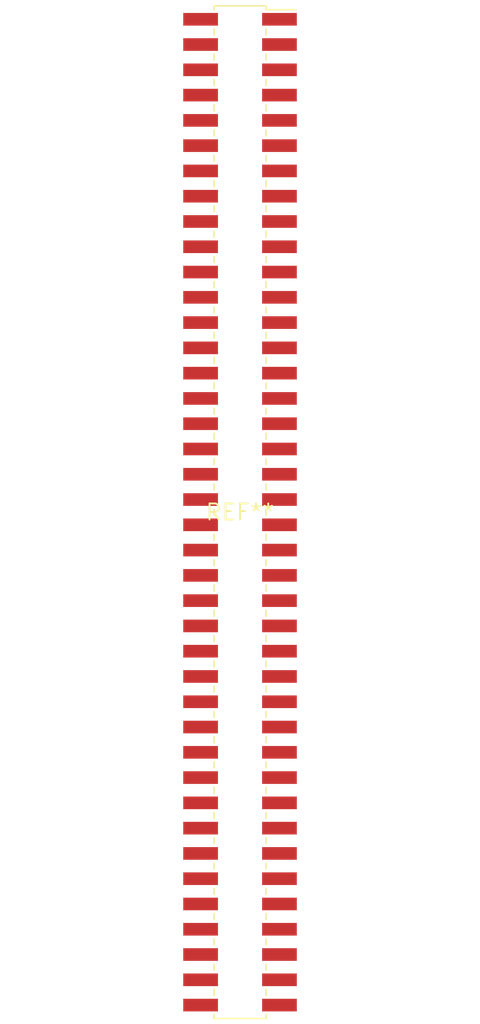
<source format=kicad_pcb>
(kicad_pcb (version 20240108) (generator pcbnew)
  (layers (0 "F.Cu" signal) (31 "B.Cu" signal) (34 "B.Paste" user) (35 "F.Paste" user) (36 "B.SilkS" user "B.Silkscreen") (37 "F.SilkS" user "F.Silkscreen") (38 "B.Mask" user) (39 "F.Mask" user) (44 "Edge.Cuts" user))
  (net 0 "")
  (footprint "PinSocket_2x40_P2.00mm_Vertical_SMD" (layer "F.Cu") (at 0 0)
    (property "Reference" "REF**")
    (property "Value" "PinSocket_2x40_P2.00mm_Vertical_SMD")
    (fp_line (start -2.06 -40.06) (end -2.06 -39.76) (layer "F.SilkS") (stroke (width 0.12)))
    (fp_line (start -2.06 -40.06) (end 2.06 -40.06) (layer "F.SilkS") (stroke (width 0.12)))
    (fp_line (start -2.06 -38.24) (end -2.06 -37.76) (layer "F.SilkS") (stroke (width 0.12)))
    (fp_line (start -2.06 -36.24) (end -2.06 -35.76) (layer "F.SilkS") (stroke (width 0.12)))
    (fp_line (start -2.06 -34.24) (end -2.06 -33.76) (layer "F.SilkS") (stroke (width 0.12)))
    (fp_line (start -2.06 -32.24) (end -2.06 -31.76) (layer "F.SilkS") (stroke (width 0.12)))
    (fp_line (start -2.06 -30.24) (end -2.06 -29.76) (layer "F.SilkS") (stroke (width 0.12)))
    (fp_line (start -2.06 -28.24) (end -2.06 -27.76) (layer "F.SilkS") (stroke (width 0.12)))
    (fp_line (start -2.06 -26.24) (end -2.06 -25.76) (layer "F.SilkS") (stroke (width 0.12)))
    (fp_line (start -2.06 -24.24) (end -2.06 -23.76) (layer "F.SilkS") (stroke (width 0.12)))
    (fp_line (start -2.06 -22.24) (end -2.06 -21.76) (layer "F.SilkS") (stroke (width 0.12)))
    (fp_line (start -2.06 -20.24) (end -2.06 -19.76) (layer "F.SilkS") (stroke (width 0.12)))
    (fp_line (start -2.06 -18.24) (end -2.06 -17.76) (layer "F.SilkS") (stroke (width 0.12)))
    (fp_line (start -2.06 -16.24) (end -2.06 -15.76) (layer "F.SilkS") (stroke (width 0.12)))
    (fp_line (start -2.06 -14.24) (end -2.06 -13.76) (layer "F.SilkS") (stroke (width 0.12)))
    (fp_line (start -2.06 -12.24) (end -2.06 -11.76) (layer "F.SilkS") (stroke (width 0.12)))
    (fp_line (start -2.06 -10.24) (end -2.06 -9.76) (layer "F.SilkS") (stroke (width 0.12)))
    (fp_line (start -2.06 -8.24) (end -2.06 -7.76) (layer "F.SilkS") (stroke (width 0.12)))
    (fp_line (start -2.06 -6.24) (end -2.06 -5.76) (layer "F.SilkS") (stroke (width 0.12)))
    (fp_line (start -2.06 -4.24) (end -2.06 -3.76) (layer "F.SilkS") (stroke (width 0.12)))
    (fp_line (start -2.06 -2.24) (end -2.06 -1.76) (layer "F.SilkS") (stroke (width 0.12)))
    (fp_line (start -2.06 -0.24) (end -2.06 0.24) (layer "F.SilkS") (stroke (width 0.12)))
    (fp_line (start -2.06 1.76) (end -2.06 2.24) (layer "F.SilkS") (stroke (width 0.12)))
    (fp_line (start -2.06 3.76) (end -2.06 4.24) (layer "F.SilkS") (stroke (width 0.12)))
    (fp_line (start -2.06 5.76) (end -2.06 6.24) (layer "F.SilkS") (stroke (width 0.12)))
    (fp_line (start -2.06 7.76) (end -2.06 8.24) (layer "F.SilkS") (stroke (width 0.12)))
    (fp_line (start -2.06 9.76) (end -2.06 10.24) (layer "F.SilkS") (stroke (width 0.12)))
    (fp_line (start -2.06 11.76) (end -2.06 12.24) (layer "F.SilkS") (stroke (width 0.12)))
    (fp_line (start -2.06 13.76) (end -2.06 14.24) (layer "F.SilkS") (stroke (width 0.12)))
    (fp_line (start -2.06 15.76) (end -2.06 16.24) (layer "F.SilkS") (stroke (width 0.12)))
    (fp_line (start -2.06 17.76) (end -2.06 18.24) (layer "F.SilkS") (stroke (width 0.12)))
    (fp_line (start -2.06 19.76) (end -2.06 20.24) (layer "F.SilkS") (stroke (width 0.12)))
    (fp_line (start -2.06 21.76) (end -2.06 22.24) (layer "F.SilkS") (stroke (width 0.12)))
    (fp_line (start -2.06 23.76) (end -2.06 24.24) (layer "F.SilkS") (stroke (width 0.12)))
    (fp_line (start -2.06 25.76) (end -2.06 26.24) (layer "F.SilkS") (stroke (width 0.12)))
    (fp_line (start -2.06 27.76) (end -2.06 28.24) (layer "F.SilkS") (stroke (width 0.12)))
    (fp_line (start -2.06 29.76) (end -2.06 30.24) (layer "F.SilkS") (stroke (width 0.12)))
    (fp_line (start -2.06 31.76) (end -2.06 32.24) (layer "F.SilkS") (stroke (width 0.12)))
    (fp_line (start -2.06 33.76) (end -2.06 34.24) (layer "F.SilkS") (stroke (width 0.12)))
    (fp_line (start -2.06 35.76) (end -2.06 36.24) (layer "F.SilkS") (stroke (width 0.12)))
    (fp_line (start -2.06 37.76) (end -2.06 38.24) (layer "F.SilkS") (stroke (width 0.12)))
    (fp_line (start -2.06 39.76) (end -2.06 40.06) (layer "F.SilkS") (stroke (width 0.12)))
    (fp_line (start -2.06 40.06) (end 2.06 40.06) (layer "F.SilkS") (stroke (width 0.12)))
    (fp_line (start 2.06 -40.06) (end 2.06 -39.76) (layer "F.SilkS") (stroke (width 0.12)))
    (fp_line (start 2.06 -39.76) (end 4.44 -39.76) (layer "F.SilkS") (stroke (width 0.12)))
    (fp_line (start 2.06 -38.24) (end 2.06 -37.76) (layer "F.SilkS") (stroke (width 0.12)))
    (fp_line (start 2.06 -36.24) (end 2.06 -35.76) (layer "F.SilkS") (stroke (width 0.12)))
    (fp_line (start 2.06 -34.24) (end 2.06 -33.76) (layer "F.SilkS") (stroke (width 0.12)))
    (fp_line (start 2.06 -32.24) (end 2.06 -31.76) (layer "F.SilkS") (stroke (width 0.12)))
    (fp_line (start 2.06 -30.24) (end 2.06 -29.76) (layer "F.SilkS") (stroke (width 0.12)))
    (fp_line (start 2.06 -28.24) (end 2.06 -27.76) (layer "F.SilkS") (stroke (width 0.12)))
    (fp_line (start 2.06 -26.24) (end 2.06 -25.76) (layer "F.SilkS") (stroke (width 0.12)))
    (fp_line (start 2.06 -24.24) (end 2.06 -23.76) (layer "F.SilkS") (stroke (width 0.12)))
    (fp_line (start 2.06 -22.24) (end 2.06 -21.76) (layer "F.SilkS") (stroke (width 0.12)))
    (fp_line (start 2.06 -20.24) (end 2.06 -19.76) (layer "F.SilkS") (stroke (width 0.12)))
    (fp_line (start 2.06 -18.24) (end 2.06 -17.76) (layer "F.SilkS") (stroke (width 0.12)))
    (fp_line (start 2.06 -16.24) (end 2.06 -15.76) (layer "F.SilkS") (stroke (width 0.12)))
    (fp_line (start 2.06 -14.24) (end 2.06 -13.76) (layer "F.SilkS") (stroke (width 0.12)))
    (fp_line (start 2.06 -12.24) (end 2.06 -11.76) (layer "F.SilkS") (stroke (width 0.12)))
    (fp_line (start 2.06 -10.24) (end 2.06 -9.76) (layer "F.SilkS") (stroke (width 0.12)))
    (fp_line (start 2.06 -8.24) (end 2.06 -7.76) (layer "F.SilkS") (stroke (width 0.12)))
    (fp_line (start 2.06 -6.24) (end 2.06 -5.76) (layer "F.SilkS") (stroke (width 0.12)))
    (fp_line (start 2.06 -4.24) (end 2.06 -3.76) (layer "F.SilkS") (stroke (width 0.12)))
    (fp_line (start 2.06 -2.24) (end 2.06 -1.76) (layer "F.SilkS") (stroke (width 0.12)))
    (fp_line (start 2.06 -0.24) (end 2.06 0.24) (layer "F.SilkS") (stroke (width 0.12)))
    (fp_line (start 2.06 1.76) (end 2.06 2.24) (layer "F.SilkS") (stroke (width 0.12)))
    (fp_line (start 2.06 3.76) (end 2.06 4.24) (layer "F.SilkS") (stroke (width 0.12)))
    (fp_line (start 2.06 5.76) (end 2.06 6.24) (layer "F.SilkS") (stroke (width 0.12)))
    (fp_line (start 2.06 7.76) (end 2.06 8.24) (layer "F.SilkS") (stroke (width 0.12)))
    (fp_line (start 2.06 9.76) (end 2.06 10.24) (layer "F.SilkS") (stroke (width 0.12)))
    (fp_line (start 2.06 11.76) (end 2.06 12.24) (layer "F.SilkS") (stroke (width 0.12)))
    (fp_line (start 2.06 13.76) (end 2.06 14.24) (layer "F.SilkS") (stroke (width 0.12)))
    (fp_line (start 2.06 15.76) (end 2.06 16.24) (layer "F.SilkS") (stroke (width 0.12)))
    (fp_line (start 2.06 17.76) (end 2.06 18.24) (layer "F.SilkS") (stroke (width 0.12)))
    (fp_line (start 2.06 19.76) (end 2.06 20.24) (layer "F.SilkS") (stroke (width 0.12)))
    (fp_line (start 2.06 21.76) (end 2.06 22.24) (layer "F.SilkS") (stroke (width 0.12)))
    (fp_line (start 2.06 23.76) (end 2.06 24.24) (layer "F.SilkS") (stroke (width 0.12)))
    (fp_line (start 2.06 25.76) (end 2.06 26.24) (layer "F.SilkS") (stroke (width 0.12)))
    (fp_line (start 2.06 27.76) (end 2.06 28.24) (layer "F.SilkS") (stroke (width 0.12)))
    (fp_line (start 2.06 29.76) (end 2.06 30.24) (layer "F.SilkS") (stroke (width 0.12)))
    (fp_line (start 2.06 31.76) (end 2.06 32.24) (layer "F.SilkS") (stroke (width 0.12)))
    (fp_line (start 2.06 33.76) (end 2.06 34.24) (layer "F.SilkS") (stroke (width 0.12)))
    (fp_line (start 2.06 35.76) (end 2.06 36.24) (layer "F.SilkS") (stroke (width 0.12)))
    (fp_line (start 2.06 37.76) (end 2.06 38.24) (layer "F.SilkS") (stroke (width 0.12)))
    (fp_line (start 2.06 39.76) (end 2.06 40.06) (layer "F.SilkS") (stroke (width 0.12)))
    (pad "1" smd rect (at 3.125 -39) (size 2.75 1) (layers "F.Cu" "F.Paste" "F.Mask"))
    (pad "2" smd rect (at -3.125 -39) (size 2.75 1) (layers "F.Cu" "F.Paste" "F.Mask"))
    (pad "3" smd rect (at 3.125 -37) (size 2.75 1) (layers "F.Cu" "F.Paste" "F.Mask"))
    (pad "4" smd rect (at -3.125 -37) (size 2.75 1) (layers "F.Cu" "F.Paste" "F.Mask"))
    (pad "5" smd rect (at 3.125 -35) (size 2.75 1) (layers "F.Cu" "F.Paste" "F.Mask"))
    (pad "6" smd rect (at -3.125 -35) (size 2.75 1) (layers "F.Cu" "F.Paste" "F.Mask"))
    (pad "7" smd rect (at 3.125 -33) (size 2.75 1) (layers "F.Cu" "F.Paste" "F.Mask"))
    (pad "8" smd rect (at -3.125 -33) (size 2.75 1) (layers "F.Cu" "F.Paste" "F.Mask"))
    (pad "9" smd rect (at 3.125 -31) (size 2.75 1) (layers "F.Cu" "F.Paste" "F.Mask"))
    (pad "10" smd rect (at -3.125 -31) (size 2.75 1) (layers "F.Cu" "F.Paste" "F.Mask"))
    (pad "11" smd rect (at 3.125 -29) (size 2.75 1) (layers "F.Cu" "F.Paste" "F.Mask"))
    (pad "12" smd rect (at -3.125 -29) (size 2.75 1) (layers "F.Cu" "F.Paste" "F.Mask"))
    (pad "13" smd rect (at 3.125 -27) (size 2.75 1) (layers "F.Cu" "F.Paste" "F.Mask"))
    (pad "14" smd rect (at -3.125 -27) (size 2.75 1) (layers "F.Cu" "F.Paste" "F.Mask"))
    (pad "15" smd rect (at 3.125 -25) (size 2.75 1) (layers "F.Cu" "F.Paste" "F.Mask"))
    (pad "16" smd rect (at -3.125 -25) (size 2.75 1) (layers "F.Cu" "F.Paste" "F.Mask"))
    (pad "17" smd rect (at 3.125 -23) (size 2.75 1) (layers "F.Cu" "F.Paste" "F.Mask"))
    (pad "18" smd rect (at -3.125 -23) (size 2.75 1) (layers "F.Cu" "F.Paste" "F.Mask"))
    (pad "19" smd rect (at 3.125 -21) (size 2.75 1) (layers "F.Cu" "F.Paste" "F.Mask"))
    (pad "20" smd rect (at -3.125 -21) (size 2.75 1) (layers "F.Cu" "F.Paste" "F.Mask"))
    (pad "21" smd rect (at 3.125 -19) (size 2.75 1) (layers "F.Cu" "F.Paste" "F.Mask"))
    (pad "22" smd rect (at -3.125 -19) (size 2.75 1) (layers "F.Cu" "F.Paste" "F.Mask"))
    (pad "23" smd rect (at 3.125 -17) (size 2.75 1) (layers "F.Cu" "F.Paste" "F.Mask"))
    (pad "24" smd rect (at -3.125 -17) (size 2.75 1) (layers "F.Cu" "F.Paste" "F.Mask"))
    (pad "25" smd rect (at 3.125 -15) (size 2.75 1) (layers "F.Cu" "F.Paste" "F.Mask"))
    (pad "26" smd rect (at -3.125 -15) (size 2.75 1) (layers "F.Cu" "F.Paste" "F.Mask"))
    (pad "27" smd rect (at 3.125 -13) (size 2.75 1) (layers "F.Cu" "F.Paste" "F.Mask"))
    (pad "28" smd rect (at -3.125 -13) (size 2.75 1) (layers "F.Cu" "F.Paste" "F.Mask"))
    (pad "29" smd rect (at 3.125 -11) (size 2.75 1) (layers "F.Cu" "F.Paste" "F.Mask"))
    (pad "30" smd rect (at -3.125 -11) (size 2.75 1) (layers "F.Cu" "F.Paste" "F.Mask"))
    (pad "31" smd rect (at 3.125 -9) (size 2.75 1) (layers "F.Cu" "F.Paste" "F.Mask"))
    (pad "32" smd rect (at -3.125 -9) (size 2.75 1) (layers "F.Cu" "F.Paste" "F.Mask"))
    (pad "33" smd rect (at 3.125 -7) (size 2.75 1) (layers "F.Cu" "F.Paste" "F.Mask"))
    (pad "34" smd rect (at -3.125 -7) (size 2.75 1) (layers "F.Cu" "F.Paste" "F.Mask"))
    (pad "35" smd rect (at 3.125 -5) (size 2.75 1) (layers "F.Cu" "F.Paste" "F.Mask"))
    (pad "36" smd rect (at -3.125 -5) (size 2.75 1) (layers "F.Cu" "F.Paste" "F.Mask"))
    (pad "37" smd rect (at 3.125 -3) (size 2.75 1) (layers "F.Cu" "F.Paste" "F.Mask"))
    (pad "38" smd rect (at -3.125 -3) (size 2.75 1) (layers "F.Cu" "F.Paste" "F.Mask"))
    (pad "39" smd rect (at 3.125 -1) (size 2.75 1) (layers "F.Cu" "F.Paste" "F.Mask"))
    (pad "40" smd rect (at -3.125 -1) (size 2.75 1) (layers "F.Cu" "F.Paste" "F.Mask"))
    (pad "41" smd rect (at 3.125 1) (size 2.75 1) (layers "F.Cu" "F.Paste" "F.Mask"))
    (pad "42" smd rect (at -3.125 1) (size 2.75 1) (layers "F.Cu" "F.Paste" "F.Mask"))
    (pad "43" smd rect (at 3.125 3) (size 2.75 1) (layers "F.Cu" "F.Paste" "F.Mask"))
    (pad "44" smd rect (at -3.125 3) (size 2.75 1) (layers "F.Cu" "F.Paste" "F.Mask"))
    (pad "45" smd rect (at 3.125 5) (size 2.75 1) (layers "F.Cu" "F.Paste" "F.Mask"))
    (pad "46" smd rect (at -3.125 5) (size 2.75 1) (layers "F.Cu" "F.Paste" "F.Mask"))
    (pad "47" smd rect (at 3.125 7) (size 2.75 1) (layers "F.Cu" "F.Paste" "F.Mask"))
    (pad "48" smd rect (at -3.125 7) (size 2.75 1) (layers "F.Cu" "F.Paste" "F.Mask"))
    (pad "49" smd rect (at 3.125 9) (size 2.75 1) (layers "F.Cu" "F.Paste" "F.Mask"))
    (pad "50" smd rect (at -3.125 9) (size 2.75 1) (layers "F.Cu" "F.Paste" "F.Mask"))
    (pad "51" smd rect (at 3.125 11) (size 2.75 1) (layers "F.Cu" "F.Paste" "F.Mask"))
    (pad "52" smd rect (at -3.125 11) (size 2.75 1) (layers "F.Cu" "F.Paste" "F.Mask"))
    (pad "53" smd rect (at 3.125 13) (size 2.75 1) (layers "F.Cu" "F.Paste" "F.Mask"))
    (pad "54" smd rect (at -3.125 13) (size 2.75 1) (layers "F.Cu" "F.Paste" "F.Mask"))
    (pad "55" smd rect (at 3.125 15) (size 2.75 1) (layers "F.Cu" "F.Paste" "F.Mask"))
    (pad "56" smd rect (at -3.125 15) (size 2.75 1) (layers "F.Cu" "F.Paste" "F.Mask"))
    (pad "57" smd rect (at 3.125 17) (size 2.75 1) (layers "F.Cu" "F.Paste" "F.Mask"))
    (pad "58" smd rect (at -3.125 17) (size 2.75 1) (layers "F.Cu" "F.Paste" "F.Mask"))
    (pad "59" smd rect (at 3.125 19) (size 2.75 1) (layers "F.Cu" "F.Paste" "F.Mask"))
    (pad "60" smd rect (at -3.125 19) (size 2.75 1) (layers "F.Cu" "F.Paste" "F.Mask"))
    (pad "61" smd rect (at 3.125 21) (size 2.75 1) (layers "F.Cu" "F.Paste" "F.Mask"))
    (pad "62" smd rect (at -3.125 21) (size 2.75 1) (layers "F.Cu" "F.Paste" "F.Mask"))
    (pad "63" smd rect (at 3.125 23) (size 2.75 1) (layers "F.Cu" "F.Paste" "F.Mask"))
    (pad "64" smd rect (at -3.125 23) (size 2.75 1) (layers "F.Cu" "F.Paste" "F.Mask"))
    (pad "65" smd rect (at 3.125 25) (size 2.75 1) (layers "F.Cu" "F.Paste" "F.Mask"))
    (pad "66" smd rect (at -3.125 25) (size 2.75 1) (layers "F.Cu" "F.Paste" "F.Mask"))
    (pad "67" smd rect (at 3.125 27) (size 2.75 1) (layers "F.Cu" "F.Paste" "F.Mask"))
    (pad "68" smd rect (at -3.125 27) (size 2.75 1) (layers "F.Cu" "F.Paste" "F.Mask"))
    (pad "69" smd rect (at 3.125 29) (size 2.75 1) (layers "F.Cu" "F.Paste" "F.Mask"))
    (pad "70" smd rect (at -3.125 29) (size 2.75 1) (layers "F.Cu" "F.Paste" "F.Mask"))
    (pad "71" smd rect (at 3.125 31) (size 2.75 1) (layers "F.Cu" "F.Paste" "F.Mask"))
    (pad "72" smd rect (at -3.125 31) (size 2.75 1) (layers "F.Cu" "F.Paste" "F.Mask"))
    (pad "73" smd rect (at 3.125 33) (size 2.75 1) (layers "F.Cu" "F.Paste" "F.Mask"))
    (pad "74" smd rect (at -3.125 33) (size 2.75 1) (layers "F.Cu" "F.Paste" "F.Mask"))
    (pad "75" smd rect (at 3.125 35) (size 2.75 1) (layers "F.Cu" "F.Paste" "F.Mask"))
    (pad "76" smd rect (at -3.125 35) (size 2.75 1) (layers "F.Cu" "F.Paste" "F.Mask"))
    (pad "77" smd rect (at 3.125 37) (size 2.75 1) (layers "F.Cu" "F.Paste" "F.Mask"))
    (pad "78" smd rect (at -3.125 37) (size 2.75 1) (layers "F.Cu" "F.Paste" "F.Mask"))
    (pad "79" smd rect (at 3.125 39) (size 2.75 1) (layers "F.Cu" "F.Paste" "F.Mask"))
    (pad "80" smd rect (at -3.125 39) (size 2.75 1) (layers "F.Cu" "F.Paste" "F.Mask"))
  )
)
</source>
